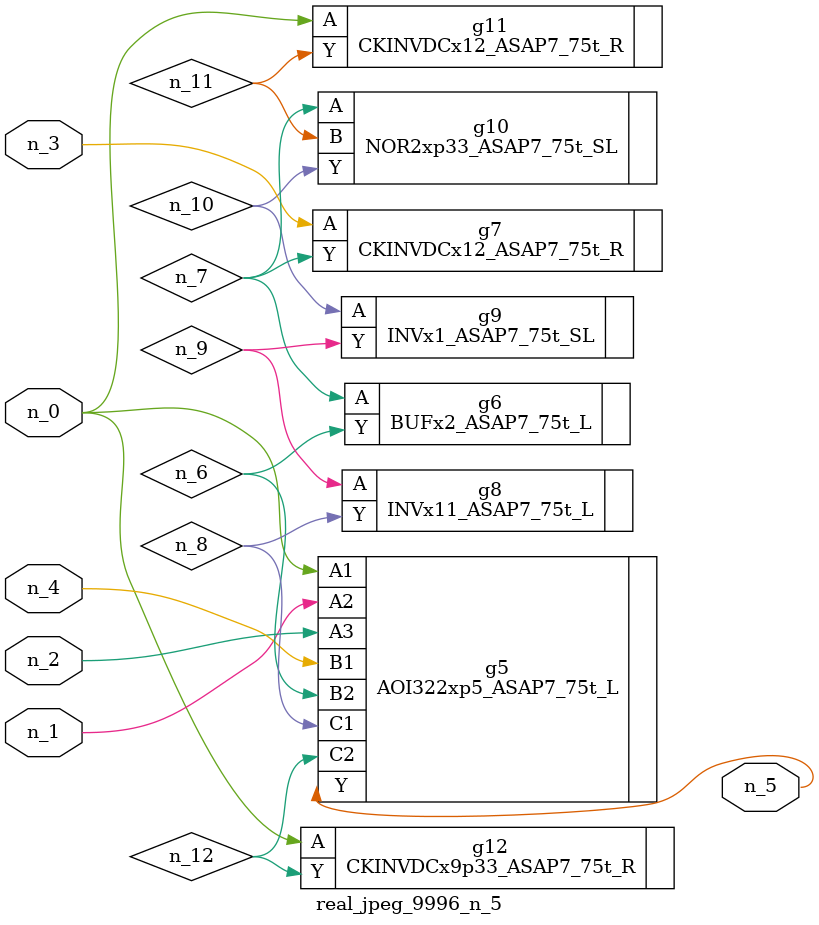
<source format=v>
module real_jpeg_9996_n_5 (n_4, n_0, n_1, n_2, n_3, n_5);

input n_4;
input n_0;
input n_1;
input n_2;
input n_3;

output n_5;

wire n_12;
wire n_8;
wire n_11;
wire n_6;
wire n_7;
wire n_10;
wire n_9;

AOI322xp5_ASAP7_75t_L g5 ( 
.A1(n_0),
.A2(n_1),
.A3(n_2),
.B1(n_4),
.B2(n_6),
.C1(n_8),
.C2(n_12),
.Y(n_5)
);

CKINVDCx12_ASAP7_75t_R g11 ( 
.A(n_0),
.Y(n_11)
);

CKINVDCx9p33_ASAP7_75t_R g12 ( 
.A(n_0),
.Y(n_12)
);

CKINVDCx12_ASAP7_75t_R g7 ( 
.A(n_3),
.Y(n_7)
);

BUFx2_ASAP7_75t_L g6 ( 
.A(n_7),
.Y(n_6)
);

NOR2xp33_ASAP7_75t_SL g10 ( 
.A(n_7),
.B(n_11),
.Y(n_10)
);

INVx11_ASAP7_75t_L g8 ( 
.A(n_9),
.Y(n_8)
);

INVx1_ASAP7_75t_SL g9 ( 
.A(n_10),
.Y(n_9)
);


endmodule
</source>
